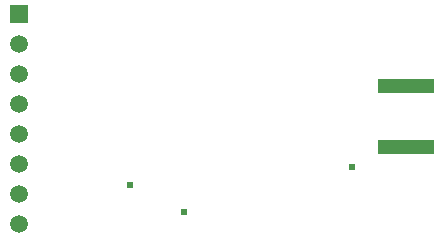
<source format=gbs>
G04 Layer: BottomSolderMaskLayer*
G04 EasyEDA Pro v2.2.40.3, 2025-08-02 18:00:09*
G04 Gerber Generator version 0.3*
G04 Scale: 100 percent, Rotated: No, Reflected: No*
G04 Dimensions in millimeters*
G04 Leading zeros omitted, absolute positions, 4 integers and 5 decimals*
G04 Generated by one-click*
%FSLAX45Y45*%
%MOMM*%
%ADD10R,1.5X1.5*%
%ADD11C,1.5*%
%ADD12R,4.79999X1.2*%
%ADD13C,0.61*%
%ADD14C,0.0855*%
G75*


G04 Pad Start*
G54D10*
G01X11963400Y-7505700D03*
G54D11*
G01X11963400Y-7759700D03*
G01X11963400Y-8013700D03*
G01X11963400Y-8267700D03*
G01X11963400Y-8521700D03*
G01X11963400Y-8775700D03*
G01X11963400Y-9029700D03*
G01X11963400Y-9283700D03*
G54D12*
G01X15240010Y-8114297D03*
G01X15240010Y-8624303D03*
G04 Pad End*

G04 Via Start*
G54D13*
G01X14782810Y-8800097D03*
G01X13360400Y-9182100D03*
G01X12903200Y-8953500D03*
G04 Via End*

M02*


</source>
